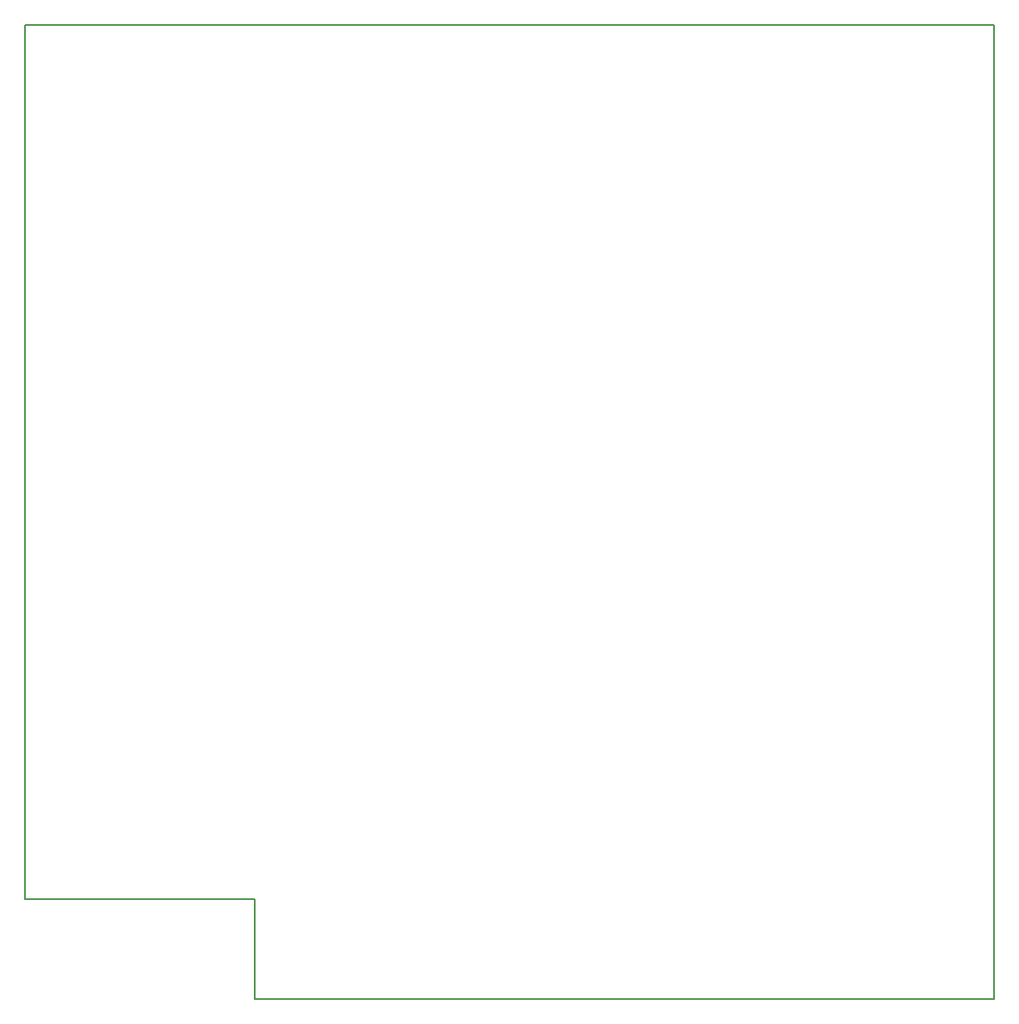
<source format=gm1>
G04 #@! TF.GenerationSoftware,KiCad,Pcbnew,(5.1.6)-1*
G04 #@! TF.CreationDate,2020-07-09T08:50:44+03:00*
G04 #@! TF.ProjectId,PlusD_Clone_MOD_1_2,506c7573-445f-4436-9c6f-6e655f4d4f44,rev?*
G04 #@! TF.SameCoordinates,Original*
G04 #@! TF.FileFunction,Profile,NP*
%FSLAX46Y46*%
G04 Gerber Fmt 4.6, Leading zero omitted, Abs format (unit mm)*
G04 Created by KiCad (PCBNEW (5.1.6)-1) date 2020-07-09 08:50:44*
%MOMM*%
%LPD*%
G01*
G04 APERTURE LIST*
G04 #@! TA.AperFunction,Profile*
%ADD10C,0.150000*%
G04 #@! TD*
G04 APERTURE END LIST*
D10*
X86868000Y-124460000D02*
X162052000Y-124460000D01*
X86868000Y-114300000D02*
X86868000Y-124460000D01*
X63500000Y-114300000D02*
X86868000Y-114300000D01*
X162052000Y-124460000D02*
X162052000Y-25400000D01*
X63500000Y-25400000D02*
X63500000Y-114300000D01*
X162052000Y-25400000D02*
X63500000Y-25400000D01*
M02*

</source>
